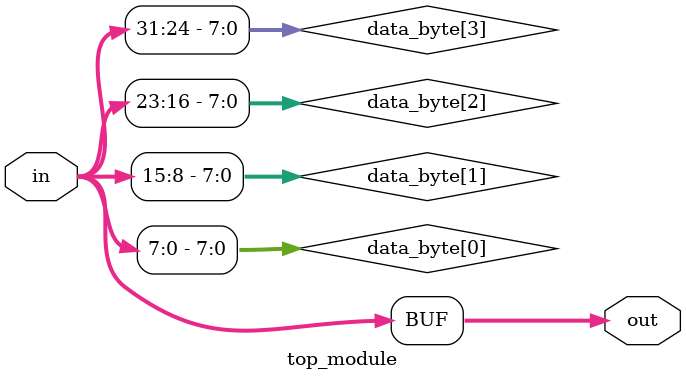
<source format=sv>
module top_module (
	input [31:0] in,
	output [31:0] out
);

	// Declare internal signals
	wire [7:0] data_byte[3:0];
	
	// Split 32-bit input into four 8-bit data bytes
	assign data_byte[0] = in[7:0];
	assign data_byte[1] = in[15:8];
	assign data_byte[2] = in[23:16];
	assign data_byte[3] = in[31:24];
	
	// Reverse the byte order
	assign out = {data_byte[3], data_byte[2], data_byte[1], data_byte[0]};
	
endmodule

</source>
